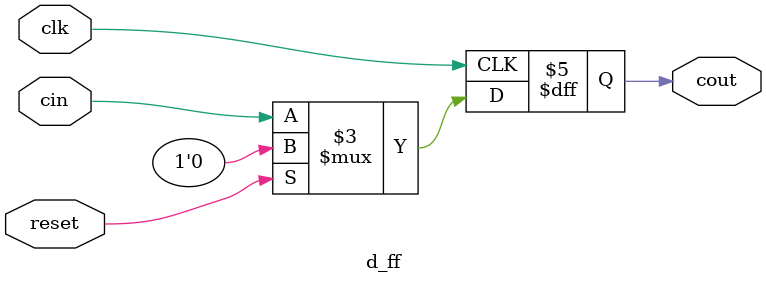
<source format=sv>
module d_ff( input logic clk, reset, cin,
             output logic cout );
    
    always @(posedge clk)
    begin
        if (reset) begin
            cout = 0;
        end
        else begin
            cout <= cin;
        end
    end
endmodule

</source>
